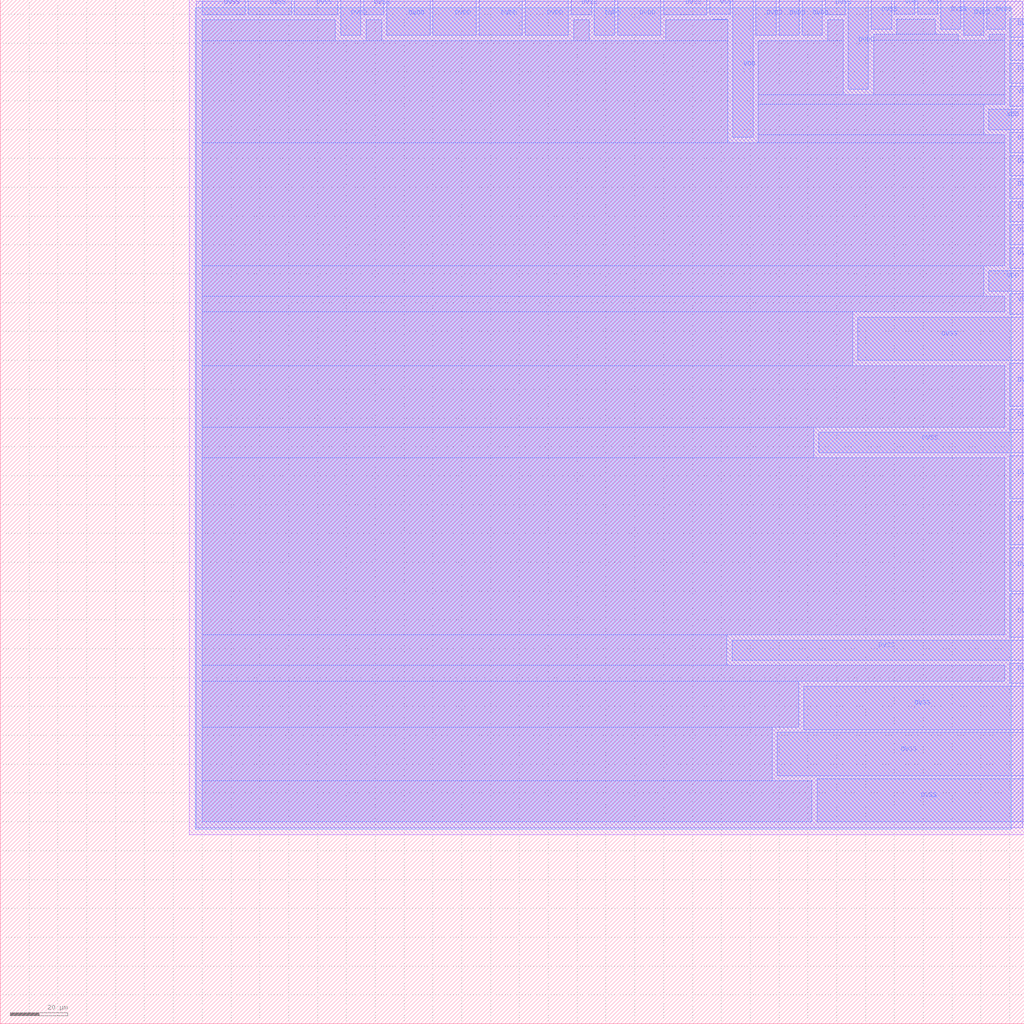
<source format=lef>
VERSION 5.7 ;
  NOWIREEXTENSIONATPIN ON ;
  DIVIDERCHAR "/" ;
  BUSBITCHARS "[]" ;
MACRO gf180mcu_ocd_io__cor
  CLASS PAD SPACER ;
  FOREIGN gf180mcu_ocd_io__cor ;
  ORIGIN 0.000 0.000 ;
  SIZE 355.000 BY 355.000 ;
  SYMMETRY X Y R90 ;
  SITE GF_IO_Site ;
  PIN DVDD
    DIRECTION INOUT ;
    USE POWER ;
    PORT
      LAYER Metal3 ;
        RECT 350.000 166.000 355.000 181.000 ;
    END
    PORT
      LAYER Metal3 ;
        RECT 350.000 150.000 355.000 165.000 ;
    END
    PORT
      LAYER Metal3 ;
        RECT 350.000 134.000 355.000 149.000 ;
    END
    PORT
      LAYER Metal3 ;
        RECT 350.000 118.000 355.000 125.000 ;
    END
    PORT
      LAYER Metal3 ;
        RECT 350.000 206.000 355.000 213.000 ;
    END
    PORT
      LAYER Metal3 ;
        RECT 350.000 182.000 355.000 197.000 ;
    END
    PORT
      LAYER Metal3 ;
        RECT 182.000 342.640 197.000 355.000 ;
    END
    PORT
      LAYER Metal3 ;
        RECT 166.000 342.640 181.000 355.000 ;
    END
    PORT
      LAYER Metal3 ;
        RECT 150.000 342.640 165.000 355.000 ;
    END
    PORT
      LAYER Metal3 ;
        RECT 134.000 342.640 149.000 355.000 ;
    END
    PORT
      LAYER Metal3 ;
        RECT 118.000 342.640 125.000 355.000 ;
    END
    PORT
      LAYER Metal3 ;
        RECT 206.000 342.640 213.000 355.000 ;
    END
    PORT
      LAYER Metal3 ;
        RECT 294.000 323.930 301.000 355.000 ;
    END
    PORT
      LAYER Metal3 ;
        RECT 278.000 342.640 285.000 355.000 ;
    END
    PORT
      LAYER Metal3 ;
        RECT 270.000 342.640 277.000 355.000 ;
    END
    PORT
      LAYER Metal3 ;
        RECT 262.000 342.640 269.000 355.000 ;
    END
    PORT
      LAYER Metal3 ;
        RECT 214.000 342.640 229.000 355.000 ;
    END
    PORT
      LAYER Metal3 ;
        RECT 350.000 334.000 355.000 341.000 ;
    END
    PORT
      LAYER Metal3 ;
        RECT 350.000 294.000 355.000 301.000 ;
    END
    PORT
      LAYER Metal3 ;
        RECT 350.000 278.000 355.000 285.000 ;
    END
    PORT
      LAYER Metal3 ;
        RECT 350.000 270.000 355.000 277.000 ;
    END
    PORT
      LAYER Metal3 ;
        RECT 350.000 262.000 355.000 269.000 ;
    END
    PORT
      LAYER Metal3 ;
        RECT 350.000 214.000 355.000 228.995 ;
    END
    PORT
      LAYER Metal3 ;
        RECT 334.000 342.775 341.000 355.000 ;
    END
  END DVDD
  PIN DVSS
    DIRECTION INOUT ;
    USE GROUND ;
    PORT
      LAYER Metal3 ;
        RECT 283.790 198.000 355.000 205.000 ;
    END
    PORT
      LAYER Metal3 ;
        RECT 253.700 126.000 355.000 133.000 ;
    END
    PORT
      LAYER Metal3 ;
        RECT 278.600 102.000 355.000 117.000 ;
    END
    PORT
      LAYER Metal3 ;
        RECT 283.180 70.000 355.000 85.000 ;
    END
    PORT
      LAYER Metal3 ;
        RECT 269.410 86.000 355.000 101.000 ;
    END
    PORT
      LAYER Metal3 ;
        RECT 126.000 349.785 133.000 355.000 ;
    END
    PORT
      LAYER Metal3 ;
        RECT 102.000 349.785 117.000 355.000 ;
    END
    PORT
      LAYER Metal3 ;
        RECT 86.000 349.785 101.000 355.000 ;
    END
    PORT
      LAYER Metal3 ;
        RECT 70.000 349.785 85.000 355.000 ;
    END
    PORT
      LAYER Metal3 ;
        RECT 198.000 349.785 205.000 355.000 ;
    END
    PORT
      LAYER Metal3 ;
        RECT 326.000 344.850 333.000 355.000 ;
    END
    PORT
      LAYER Metal3 ;
        RECT 302.000 344.850 309.000 355.000 ;
    END
    PORT
      LAYER Metal3 ;
        RECT 286.000 349.785 293.000 355.000 ;
    END
    PORT
      LAYER Metal3 ;
        RECT 230.000 349.785 245.000 355.000 ;
    END
    PORT
      LAYER Metal3 ;
        RECT 350.000 342.000 355.000 348.390 ;
    END
    PORT
      LAYER Metal3 ;
        RECT 350.000 326.000 355.000 333.000 ;
    END
    PORT
      LAYER Metal3 ;
        RECT 350.000 302.000 355.000 309.000 ;
    END
    PORT
      LAYER Metal3 ;
        RECT 350.000 286.000 355.000 293.000 ;
    END
    PORT
      LAYER Metal3 ;
        RECT 297.305 230.000 355.000 245.000 ;
    END
    PORT
      LAYER Metal3 ;
        RECT 342.000 344.850 348.390 355.000 ;
    END
  END DVSS
  PIN VDD
    DIRECTION INOUT ;
    USE POWER ;
    PORT
      LAYER Metal3 ;
        RECT 310.000 350.000 317.000 355.000 ;
    END
    PORT
      LAYER Metal3 ;
        RECT 254.000 307.295 261.000 355.000 ;
    END
    PORT
      LAYER Metal3 ;
        RECT 342.695 310.000 355.000 317.000 ;
    END
    PORT
      LAYER Metal3 ;
        RECT 342.695 254.000 355.000 261.000 ;
    END
  END VDD
  PIN VSS
    DIRECTION INOUT ;
    USE GROUND ;
    PORT
      LAYER Metal3 ;
        RECT 318.000 350.000 325.000 355.000 ;
    END
    PORT
      LAYER Metal3 ;
        RECT 246.000 350.000 253.000 355.000 ;
    END
    PORT
      LAYER Metal3 ;
        RECT 350.000 246.000 355.000 253.000 ;
    END
    PORT
      LAYER Metal3 ;
        RECT 350.000 318.000 355.000 325.000 ;
    END
  END VSS
  OBS
      LAYER Nwell ;
        RECT 67.560 67.500 350.445 352.170 ;
      LAYER Metal1 ;
        RECT 65.540 65.540 355.000 355.000 ;
      LAYER Metal2 ;
        RECT 68.030 67.970 354.505 354.450 ;
      LAYER Metal3 ;
        RECT 246.800 347.985 252.200 348.200 ;
        RECT 70.000 340.840 116.200 347.985 ;
        RECT 126.800 340.840 132.200 347.985 ;
        RECT 198.800 340.840 204.200 347.985 ;
        RECT 230.800 340.840 252.200 347.985 ;
        RECT 286.800 340.840 292.200 347.985 ;
        RECT 310.800 343.050 324.200 348.200 ;
        RECT 70.000 305.495 252.200 340.840 ;
        RECT 262.800 322.130 292.200 340.840 ;
        RECT 302.800 340.975 332.200 343.050 ;
        RECT 342.800 340.975 348.200 343.050 ;
        RECT 302.800 322.130 348.200 340.975 ;
        RECT 262.800 318.800 348.200 322.130 ;
        RECT 262.800 308.200 340.895 318.800 ;
        RECT 262.800 305.495 348.200 308.200 ;
        RECT 70.000 262.800 348.200 305.495 ;
        RECT 70.000 252.200 340.895 262.800 ;
        RECT 70.000 246.800 348.200 252.200 ;
        RECT 70.000 228.200 295.505 246.800 ;
        RECT 70.000 206.800 348.200 228.200 ;
        RECT 70.000 196.200 281.990 206.800 ;
        RECT 70.000 134.800 348.200 196.200 ;
        RECT 70.000 124.200 251.900 134.800 ;
        RECT 70.000 118.800 348.200 124.200 ;
        RECT 70.000 102.800 276.800 118.800 ;
        RECT 70.000 84.200 267.610 102.800 ;
        RECT 70.000 70.000 281.380 84.200 ;
  END
END gf180mcu_ocd_io__cor
END LIBRARY


</source>
